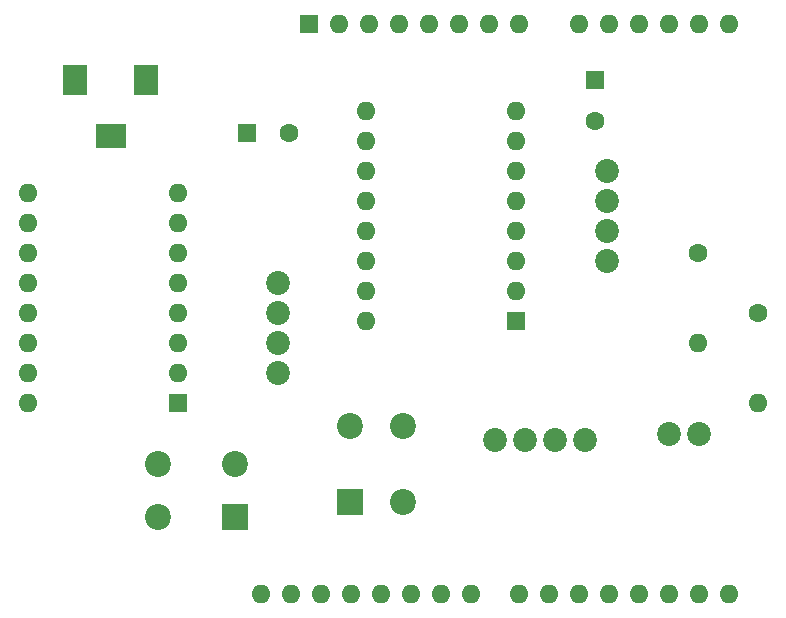
<source format=gbr>
%TF.GenerationSoftware,KiCad,Pcbnew,8.0.2*%
%TF.CreationDate,2024-05-08T15:22:06+01:00*%
%TF.ProjectId,FARESHARE KICAD,46415245-5348-4415-9245-204b49434144,V 1.0*%
%TF.SameCoordinates,Original*%
%TF.FileFunction,Soldermask,Top*%
%TF.FilePolarity,Negative*%
%FSLAX46Y46*%
G04 Gerber Fmt 4.6, Leading zero omitted, Abs format (unit mm)*
G04 Created by KiCad (PCBNEW 8.0.2) date 2024-05-08 15:22:06*
%MOMM*%
%LPD*%
G01*
G04 APERTURE LIST*
%ADD10R,1.600000X1.600000*%
%ADD11C,1.600000*%
%ADD12O,1.600000X1.600000*%
%ADD13R,2.200000X2.200000*%
%ADD14C,2.200000*%
%ADD15R,2.600000X2.000000*%
%ADD16R,2.000000X2.600000*%
%ADD17C,2.020000*%
G04 APERTURE END LIST*
D10*
%TO.C,C2*%
X104044888Y-61000000D03*
D11*
X107544888Y-61000000D03*
%TD*%
D10*
%TO.C,C1*%
X133500000Y-56500000D03*
D11*
X133500000Y-60000000D03*
%TD*%
%TO.C,R2*%
X147320000Y-76200000D03*
D12*
X147320000Y-83820000D03*
%TD*%
D11*
%TO.C,R1*%
X142240000Y-71120000D03*
D12*
X142240000Y-78740000D03*
%TD*%
D13*
%TO.C,S2*%
X103020000Y-93500000D03*
D14*
X96520000Y-93500000D03*
X96520000Y-89000000D03*
X103020000Y-89000000D03*
%TD*%
D13*
%TO.C,S1*%
X112750000Y-92250000D03*
D14*
X112750000Y-85750000D03*
X117250000Y-85750000D03*
X117250000Y-92250000D03*
%TD*%
D15*
%TO.C,J5*%
X92500000Y-61200000D03*
D16*
X95500000Y-56500000D03*
X89500000Y-56500000D03*
%TD*%
D17*
%TO.C,J4*%
X139735000Y-86500000D03*
X142275000Y-86500000D03*
%TD*%
%TO.C,J3*%
X125000000Y-87000000D03*
X127540000Y-87000000D03*
X130080000Y-87000000D03*
X132620000Y-87000000D03*
%TD*%
%TO.C,J2*%
X106680000Y-73660000D03*
X106680000Y-76200000D03*
X106680000Y-78740000D03*
X106680000Y-81280000D03*
%TD*%
%TO.C,J1*%
X134500000Y-64195000D03*
X134500000Y-66735000D03*
X134500000Y-69275000D03*
X134500000Y-71815000D03*
%TD*%
D10*
%TO.C,A2*%
X126840000Y-76890000D03*
D12*
X126840000Y-74350000D03*
X126840000Y-71810000D03*
X126840000Y-69270000D03*
X126840000Y-66730000D03*
X126840000Y-64190000D03*
X126840000Y-61650000D03*
X126840000Y-59110000D03*
X114140000Y-59110000D03*
X114140000Y-61650000D03*
X114140000Y-64190000D03*
X114140000Y-66730000D03*
X114140000Y-69270000D03*
X114140000Y-71810000D03*
X114140000Y-74350000D03*
X114140000Y-76890000D03*
%TD*%
D10*
%TO.C,A1*%
X98200000Y-83820000D03*
D12*
X98200000Y-81280000D03*
X98200000Y-78740000D03*
X98200000Y-76200000D03*
X98200000Y-73660000D03*
X98200000Y-71120000D03*
X98200000Y-68580000D03*
X98200000Y-66040000D03*
X85500000Y-66040000D03*
X85500000Y-68580000D03*
X85500000Y-71120000D03*
X85500000Y-73660000D03*
X85500000Y-76200000D03*
X85500000Y-78740000D03*
X85500000Y-81280000D03*
X85500000Y-83820000D03*
%TD*%
D10*
%TO.C,A3*%
X109280000Y-51740000D03*
D12*
X111820000Y-51740000D03*
X114360000Y-51740000D03*
X116900000Y-51740000D03*
X119440000Y-51740000D03*
X121980000Y-51740000D03*
X124520000Y-51740000D03*
X127060000Y-51740000D03*
X132140000Y-51740000D03*
X134680000Y-51740000D03*
X137220000Y-51740000D03*
X139760000Y-51740000D03*
X142300000Y-51740000D03*
X144840000Y-51740000D03*
X144840000Y-100000000D03*
X142300000Y-100000000D03*
X139760000Y-100000000D03*
X137220000Y-100000000D03*
X134680000Y-100000000D03*
X132140000Y-100000000D03*
X129600000Y-100000000D03*
X127060000Y-100000000D03*
X123000000Y-100000000D03*
X120460000Y-100000000D03*
X117920000Y-100000000D03*
X115380000Y-100000000D03*
X112840000Y-100000000D03*
X110300000Y-100000000D03*
X107760000Y-100000000D03*
X105220000Y-100000000D03*
%TD*%
M02*

</source>
